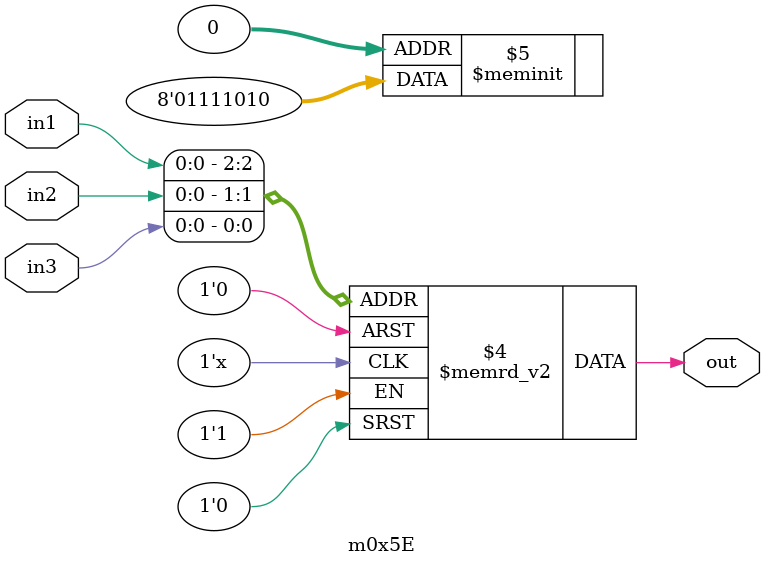
<source format=v>
module m0x5E(output out, input in1, in2, in3);

   always @(in1, in2, in3)
     begin
        case({in1, in2, in3})
          3'b000: {out} = 1'b0;
          3'b001: {out} = 1'b1;
          3'b010: {out} = 1'b0;
          3'b011: {out} = 1'b1;
          3'b100: {out} = 1'b1;
          3'b101: {out} = 1'b1;
          3'b110: {out} = 1'b1;
          3'b111: {out} = 1'b0;
        endcase // case ({in1, in2, in3})
     end // always @ (in1, in2, in3)

endmodule // m0x5E
</source>
